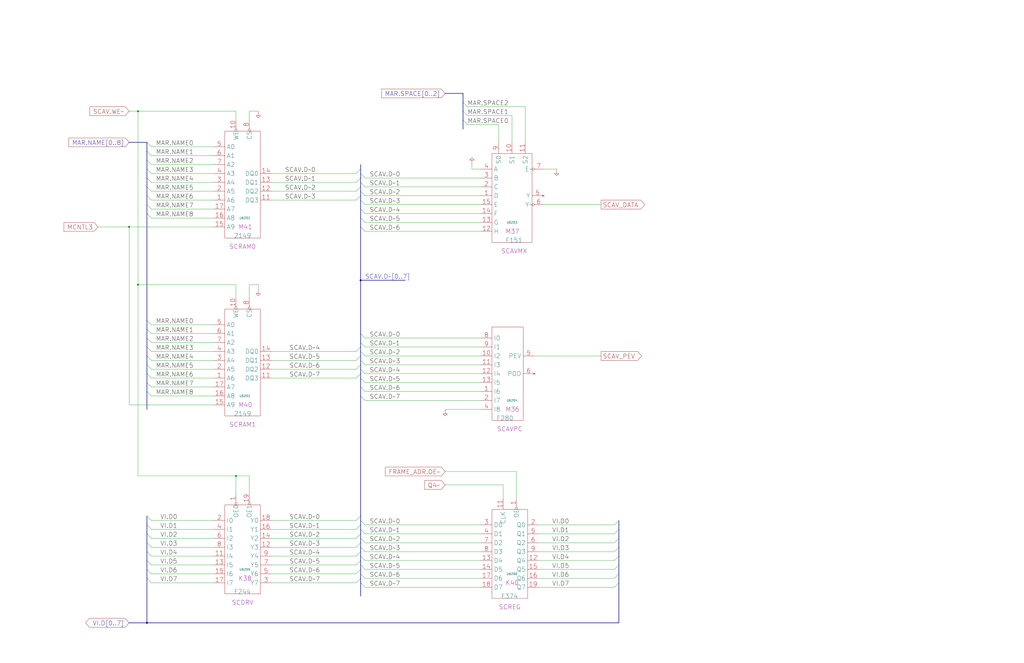
<source format=kicad_sch>
(kicad_sch (version 20250114) (generator "eeschema") (generator_version "9.0")
  (paper "User" 584.2 378.46)
  (title_block (title "SCAVENGER") (date "20-MAR-90") (rev "1.0") (comment 1 "FIU") (comment 2 "232-003065") (comment 3 "S400") (comment 4 "RELEASED"))
  (lib_symbols
    (symbol "r1000:2149" (pin_names (offset 1.016))
      (property "Reference" "U" (at 2.54 5.08 0))
      (property "Value" "2149" (at -3.81 -5.08 0))
      (property "Location" "___" (at -1.27 0 0))
      (property "Name" "______" (at 1.27 -12.7 0))
      (symbol "2149_1_1"
        (rectangle (start -8.89 54.61) (end 11.43 -6.35))
        (circle (center -2.54 55.245) (radius 0.635))
        (circle (center 5.08 55.245) (radius 0.635))
        (pin input line (at -15.24 45.72 0) (length 6.35) (name "A0") (number "5"))
        (pin input line (at -15.24 40.64 0) (length 6.35) (name "A1") (number "6"))
        (pin input line (at -15.24 35.56 0) (length 6.35) (name "A2") (number "7"))
        (pin input line (at -15.24 30.48 0) (length 6.35) (name "A3") (number "4"))
        (pin input line (at -15.24 25.4 0) (length 6.35) (name "A4") (number "3"))
        (pin input line (at -15.24 20.32 0) (length 6.35) (name "A5") (number "2"))
        (pin input line (at -15.24 15.24 0) (length 6.35) (name "A6") (number "1"))
        (pin input line (at -15.24 10.16 0) (length 6.35) (name "A7") (number "17"))
        (pin input line (at -15.24 5.08 0) (length 6.35) (name "A8") (number "16"))
        (pin input line (at -15.24 0 0) (length 6.35) (name "A9") (number "15"))
        (pin input line (at -2.54 60.96 270) (length 5.08) (name "WE") (number "10"))
        (pin input line (at 5.08 60.96 270) (length 5.08) (name "CS") (number "8"))
        (pin bidirectional line (at 17.78 30.48 180) (length 6.35) (name "DQ0") (number "14"))
        (pin bidirectional line (at 17.78 25.4 180) (length 6.35) (name "DQ1") (number "13"))
        (pin bidirectional line (at 17.78 20.32 180) (length 6.35) (name "DQ2") (number "12"))
        (pin bidirectional line (at 17.78 15.24 180) (length 6.35) (name "DQ3") (number "11"))
      )
    )
    (symbol "r1000:F151" (pin_names (offset 1.016))
      (property "Reference" "U" (at 2.54 5.08 0))
      (property "Value" "F151" (at -1.27 -5.08 0))
      (property "Location" "___" (at -1.27 0 0))
      (property "Name" "______" (at 3.81 -12.7 0))
      (symbol "F151_1_1"
        (rectangle (start -8.89 44.45) (end 13.97 -6.35))
        (circle (center 14.605 35.56) (radius 0.635))
        (circle (center 14.605 15.24) (radius 0.635))
        (pin input line (at -15.24 35.56 0) (length 6.35) (name "A") (number "4"))
        (pin input line (at -15.24 30.48 0) (length 6.35) (name "B") (number "3"))
        (pin input line (at -15.24 25.4 0) (length 6.35) (name "C") (number "2"))
        (pin input line (at -15.24 20.32 0) (length 6.35) (name "D") (number "1"))
        (pin input line (at -15.24 15.24 0) (length 6.35) (name "E") (number "15"))
        (pin input line (at -15.24 10.16 0) (length 6.35) (name "F") (number "14"))
        (pin input line (at -15.24 5.08 0) (length 6.35) (name "G") (number "13"))
        (pin input line (at -15.24 0 0) (length 6.35) (name "H") (number "12"))
        (pin input line (at -5.08 50.8 270) (length 6.35) (name "S0") (number "9"))
        (pin input line (at 2.54 50.8 270) (length 6.35) (name "S1") (number "10"))
        (pin input line (at 10.16 50.8 270) (length 6.35) (name "S2") (number "11"))
        (pin input line (at 20.32 35.56 180) (length 5.08) (name "E~") (number "7"))
        (pin output line (at 20.32 20.32 180) (length 6.35) (name "Y") (number "5"))
        (pin output line (at 20.32 15.24 180) (length 5.08) (name "Y~") (number "6"))
      )
    )
    (symbol "r1000:F244" (pin_names (offset 1.016))
      (property "Reference" "U" (at 2.54 5.08 0))
      (property "Value" "F244" (at -3.81 -7.62 0))
      (property "Location" "___" (at -1.27 0 0))
      (property "Name" "______" (at 1.27 -15.24 0))
      (symbol "F244_1_1"
        (rectangle (start -8.89 41.91) (end 11.43 -8.89))
        (circle (center -2.54 42.545) (radius 0.635))
        (circle (center 5.08 42.545) (radius 0.635))
        (pin input line (at -15.24 33.02 0) (length 6.35) (name "I0") (number "2"))
        (pin input line (at -15.24 27.94 0) (length 6.35) (name "I1") (number "4"))
        (pin input line (at -15.24 22.86 0) (length 6.35) (name "I2") (number "6"))
        (pin input line (at -15.24 17.78 0) (length 6.35) (name "I3") (number "8"))
        (pin input line (at -15.24 12.7 0) (length 6.35) (name "I4") (number "11"))
        (pin input line (at -15.24 7.62 0) (length 6.35) (name "I5") (number "13"))
        (pin input line (at -15.24 2.54 0) (length 6.35) (name "I6") (number "15"))
        (pin input line (at -15.24 -2.54 0) (length 6.35) (name "I7") (number "17"))
        (pin input line (at -2.54 48.26 270) (length 5.08) (name "OE0") (number "1"))
        (pin input line (at 5.08 48.26 270) (length 5.08) (name "OE1") (number "19"))
        (pin tri_state line (at 17.78 33.02 180) (length 6.35) (name "Y0") (number "18"))
        (pin tri_state line (at 17.78 27.94 180) (length 6.35) (name "Y1") (number "16"))
        (pin tri_state line (at 17.78 22.86 180) (length 6.35) (name "Y2") (number "14"))
        (pin tri_state line (at 17.78 17.78 180) (length 6.35) (name "Y3") (number "12"))
        (pin tri_state line (at 17.78 12.7 180) (length 6.35) (name "Y4") (number "9"))
        (pin tri_state line (at 17.78 7.62 180) (length 6.35) (name "Y5") (number "7"))
        (pin tri_state line (at 17.78 2.54 180) (length 6.35) (name "Y6") (number "5"))
        (pin tri_state line (at 17.78 -2.54 180) (length 6.35) (name "Y7") (number "3"))
      )
    )
    (symbol "r1000:F280" (pin_names (offset 1.016))
      (property "Reference" "U" (at 2.54 5.08 0))
      (property "Value" "F280" (at -6.35 -5.08 0))
      (property "Location" "___" (at -1.27 0 0))
      (property "Name" "______" (at 1.27 -12.7 0))
      (symbol "F280_1_1"
        (rectangle (start -8.89 46.99) (end 8.89 -6.35))
        (pin input line (at -15.24 40.64 0) (length 6.35) (name "I0") (number "8"))
        (pin input line (at -15.24 35.56 0) (length 6.35) (name "I1") (number "9"))
        (pin input line (at -15.24 30.48 0) (length 6.35) (name "I2") (number "10"))
        (pin input line (at -15.24 25.4 0) (length 6.35) (name "I3") (number "11"))
        (pin input line (at -15.24 20.32 0) (length 6.35) (name "I4") (number "12"))
        (pin input line (at -15.24 15.24 0) (length 6.35) (name "I5") (number "13"))
        (pin input line (at -15.24 10.16 0) (length 6.35) (name "I6") (number "1"))
        (pin input line (at -15.24 5.08 0) (length 6.35) (name "I7") (number "2"))
        (pin input line (at -15.24 0 0) (length 6.35) (name "I8") (number "4"))
        (pin output line (at 15.24 30.48 180) (length 6.35) (name "PEV") (number "5"))
        (pin output line (at 15.24 20.32 180) (length 6.35) (name "POD") (number "6"))
      )
    )
    (symbol "r1000:F374" (pin_names (offset 1.016))
      (property "Reference" "U" (at 2.54 5.08 0))
      (property "Value" "F374" (at -3.81 -7.62 0))
      (property "Location" "___" (at -1.27 0 0))
      (property "Name" "______" (at 1.27 -15.24 0))
      (symbol "F374_1_1"
        (rectangle (start -8.89 41.91) (end 11.43 -8.89))
        (circle (center 5.08 42.545) (radius 0.635))
        (pin input line (at -15.24 33.02 0) (length 6.35) (name "D0") (number "3"))
        (pin input line (at -15.24 27.94 0) (length 6.35) (name "D1") (number "4"))
        (pin input line (at -15.24 22.86 0) (length 6.35) (name "D2") (number "7"))
        (pin input line (at -15.24 17.78 0) (length 6.35) (name "D3") (number "8"))
        (pin input line (at -15.24 12.7 0) (length 6.35) (name "D4") (number "13"))
        (pin input line (at -15.24 7.62 0) (length 6.35) (name "D5") (number "14"))
        (pin input line (at -15.24 2.54 0) (length 6.35) (name "D6") (number "17"))
        (pin input line (at -15.24 -2.54 0) (length 6.35) (name "D7") (number "18"))
        (pin input line (at -2.54 48.26 270) (length 6.35) (name "CLK") (number "11"))
        (pin input line (at 5.08 48.26 270) (length 5.08) (name "OE") (number "1"))
        (pin tri_state line (at 17.78 33.02 180) (length 6.35) (name "Q0") (number "2"))
        (pin tri_state line (at 17.78 27.94 180) (length 6.35) (name "Q1") (number "5"))
        (pin tri_state line (at 17.78 22.86 180) (length 6.35) (name "Q2") (number "6"))
        (pin tri_state line (at 17.78 17.78 180) (length 6.35) (name "Q3") (number "9"))
        (pin tri_state line (at 17.78 12.7 180) (length 6.35) (name "Q4") (number "12"))
        (pin tri_state line (at 17.78 7.62 180) (length 6.35) (name "Q5") (number "15"))
        (pin tri_state line (at 17.78 2.54 180) (length 6.35) (name "Q6") (number "16"))
        (pin tri_state line (at 17.78 -2.54 180) (length 6.35) (name "Q7") (number "19"))
      )
    )
    (symbol "r1000:PD" (power) (pin_numbers (hide yes)) (pin_names (hide yes)) (in_bom no)
      (symbol "PD_0_1"
        (polyline (pts (xy 0 -2.54) (xy 1.27 -2.54) (xy 0 -3.81) (xy -1.27 -2.54) (xy 0 -2.54)) (stroke (width 0.1524)))
      )
      (symbol "PD_1_1"
        (pin power_in line (at 0 0 270) (length 2.54) (name "PD") (number "1"))
      )
    )
    (symbol "r1000:PU" (power) (pin_numbers (hide yes)) (pin_names (hide yes))
      (symbol "PU_0_1"
        (polyline (pts (xy 0 2.54) (xy -1.27 2.54) (xy 0 3.81) (xy 1.27 2.54) (xy 0 2.54)) (stroke (width 0.1524)))
      )
      (symbol "PU_1_1"
        (pin power_in line (at 0 0 90) (length 2.54) (name "PU") (number "1"))
      )
    )
  )
  (junction (at 78.74 63.5))
  (junction (at 78.74 162.56))
  (junction (at 205.74 160.02))
  (junction (at 73.66 129.54))
  (junction (at 83.82 355.6))
  (junction (at 134.62 271.78))
  (no_connect (at 304.8 213.36))
  (no_connect (at 309.88 111.76))
  (bus_entry (at 205.74 208.28) (size -2.54 2.54))
  (bus_entry (at 353.06 307.34) (size -2.54 2.54))
  (bus_entry (at 353.06 317.5) (size -2.54 2.54))
  (bus_entry (at 205.74 327.66) (size 2.54 2.54))
  (bus_entry (at 205.74 205.74) (size 2.54 2.54))
  (bus_entry (at 205.74 99.06) (size 2.54 2.54))
  (bus_entry (at 83.82 198.12) (size 2.54 2.54))
  (bus_entry (at 83.82 193.04) (size 2.54 2.54))
  (bus_entry (at 353.06 312.42) (size -2.54 2.54))
  (bus_entry (at 205.74 195.58) (size 2.54 2.54))
  (bus_entry (at 83.82 314.96) (size 2.54 2.54))
  (bus_entry (at 205.74 304.8) (size -2.54 2.54))
  (bus_entry (at 353.06 302.26) (size -2.54 2.54))
  (bus_entry (at 205.74 325.12) (size -2.54 2.54))
  (bus_entry (at 205.74 203.2) (size -2.54 2.54))
  (bus_entry (at 205.74 302.26) (size 2.54 2.54))
  (bus_entry (at 83.82 203.2) (size 2.54 2.54))
  (bus_entry (at 205.74 111.76) (size -2.54 2.54))
  (bus_entry (at 353.06 332.74) (size -2.54 2.54))
  (bus_entry (at 205.74 213.36) (size -2.54 2.54))
  (bus_entry (at 83.82 106.68) (size 2.54 2.54))
  (bus_entry (at 83.82 294.64) (size 2.54 2.54))
  (bus_entry (at 205.74 129.54) (size 2.54 2.54))
  (bus_entry (at 205.74 320.04) (size -2.54 2.54))
  (bus_entry (at 83.82 121.92) (size 2.54 2.54))
  (bus_entry (at 205.74 299.72) (size -2.54 2.54))
  (bus_entry (at 264.16 58.42) (size 2.54 2.54))
  (bus_entry (at 205.74 297.18) (size 2.54 2.54))
  (bus_entry (at 83.82 213.36) (size 2.54 2.54))
  (bus_entry (at 83.82 91.44) (size 2.54 2.54))
  (bus_entry (at 205.74 322.58) (size 2.54 2.54))
  (bus_entry (at 83.82 208.28) (size 2.54 2.54))
  (bus_entry (at 205.74 109.22) (size 2.54 2.54))
  (bus_entry (at 205.74 190.5) (size 2.54 2.54))
  (bus_entry (at 83.82 325.12) (size 2.54 2.54))
  (bus_entry (at 83.82 299.72) (size 2.54 2.54))
  (bus_entry (at 205.74 210.82) (size 2.54 2.54))
  (bus_entry (at 205.74 101.6) (size -2.54 2.54))
  (bus_entry (at 205.74 198.12) (size -2.54 2.54))
  (bus_entry (at 205.74 307.34) (size 2.54 2.54))
  (bus_entry (at 264.16 63.5) (size 2.54 2.54))
  (bus_entry (at 83.82 116.84) (size 2.54 2.54))
  (bus_entry (at 205.74 104.14) (size 2.54 2.54))
  (bus_entry (at 83.82 182.88) (size 2.54 2.54))
  (bus_entry (at 83.82 223.52) (size 2.54 2.54))
  (bus_entry (at 83.82 187.96) (size 2.54 2.54))
  (bus_entry (at 205.74 317.5) (size 2.54 2.54))
  (bus_entry (at 205.74 106.68) (size -2.54 2.54))
  (bus_entry (at 353.06 322.58) (size -2.54 2.54))
  (bus_entry (at 205.74 314.96) (size -2.54 2.54))
  (bus_entry (at 83.82 218.44) (size 2.54 2.54))
  (bus_entry (at 83.82 304.8) (size 2.54 2.54))
  (bus_entry (at 205.74 220.98) (size 2.54 2.54))
  (bus_entry (at 205.74 114.3) (size 2.54 2.54))
  (bus_entry (at 205.74 330.2) (size -2.54 2.54))
  (bus_entry (at 83.82 101.6) (size 2.54 2.54))
  (bus_entry (at 83.82 96.52) (size 2.54 2.54))
  (bus_entry (at 264.16 68.58) (size 2.54 2.54))
  (bus_entry (at 83.82 309.88) (size 2.54 2.54))
  (bus_entry (at 83.82 330.2) (size 2.54 2.54))
  (bus_entry (at 353.06 297.18) (size -2.54 2.54))
  (bus_entry (at 205.74 215.9) (size 2.54 2.54))
  (bus_entry (at 205.74 96.52) (size -2.54 2.54))
  (bus_entry (at 83.82 86.36) (size 2.54 2.54))
  (bus_entry (at 205.74 312.42) (size 2.54 2.54))
  (bus_entry (at 205.74 332.74) (size 2.54 2.54))
  (bus_entry (at 83.82 81.28) (size 2.54 2.54))
  (bus_entry (at 353.06 327.66) (size -2.54 2.54))
  (bus_entry (at 205.74 226.06) (size 2.54 2.54))
  (bus_entry (at 205.74 309.88) (size -2.54 2.54))
  (bus_entry (at 205.74 124.46) (size 2.54 2.54))
  (bus_entry (at 83.82 320.04) (size 2.54 2.54))
  (bus_entry (at 205.74 294.64) (size -2.54 2.54))
  (bus_entry (at 205.74 200.66) (size 2.54 2.54))
  (bus_entry (at 83.82 111.76) (size 2.54 2.54))
  (bus_entry (at 205.74 119.38) (size 2.54 2.54))
  (wire (pts (xy 86.36 109.22) (xy 121.92 109.22)))
  (wire (pts (xy 287.02 276.86) (xy 254 276.86)))
  (wire (pts (xy 86.36 307.34) (xy 121.92 307.34)))
  (bus (pts (xy 83.82 193.04) (xy 83.82 198.12)))
  (bus (pts (xy 353.06 327.66) (xy 353.06 332.74)))
  (wire (pts (xy 86.36 226.06) (xy 121.92 226.06)))
  (wire (pts (xy 309.88 116.84) (xy 342.9 116.84)))
  (bus (pts (xy 205.74 99.06) (xy 205.74 101.6)))
  (bus (pts (xy 205.74 304.8) (xy 205.74 307.34)))
  (wire (pts (xy 154.94 312.42) (xy 203.2 312.42)))
  (wire (pts (xy 294.64 269.24) (xy 254 269.24)))
  (wire (pts (xy 86.36 185.42) (xy 121.92 185.42)))
  (wire (pts (xy 86.36 312.42) (xy 121.92 312.42)))
  (bus (pts (xy 205.74 195.58) (xy 205.74 198.12)))
  (wire (pts (xy 254 233.68) (xy 274.32 233.68)))
  (bus (pts (xy 353.06 312.42) (xy 353.06 317.5)))
  (wire (pts (xy 287.02 284.48) (xy 287.02 276.86)))
  (wire (pts (xy 154.94 114.3) (xy 203.2 114.3)))
  (wire (pts (xy 307.34 325.12) (xy 350.52 325.12)))
  (bus (pts (xy 83.82 111.76) (xy 83.82 116.84)))
  (wire (pts (xy 134.62 271.78) (xy 78.74 271.78)))
  (wire (pts (xy 307.34 299.72) (xy 350.52 299.72)))
  (bus (pts (xy 83.82 198.12) (xy 83.82 203.2)))
  (wire (pts (xy 208.28 111.76) (xy 274.32 111.76)))
  (wire (pts (xy 284.48 81.28) (xy 284.48 71.12)))
  (wire (pts (xy 208.28 198.12) (xy 274.32 198.12)))
  (wire (pts (xy 86.36 215.9) (xy 121.92 215.9)))
  (wire (pts (xy 304.8 203.2) (xy 342.9 203.2)))
  (wire (pts (xy 154.94 215.9) (xy 203.2 215.9)))
  (bus (pts (xy 83.82 294.64) (xy 83.82 299.72)))
  (wire (pts (xy 208.28 330.2) (xy 274.32 330.2)))
  (wire (pts (xy 86.36 104.14) (xy 121.92 104.14)))
  (wire (pts (xy 154.94 104.14) (xy 203.2 104.14)))
  (bus (pts (xy 205.74 104.14) (xy 205.74 106.68)))
  (wire (pts (xy 208.28 116.84) (xy 274.32 116.84)))
  (wire (pts (xy 73.66 129.54) (xy 121.92 129.54)))
  (wire (pts (xy 142.24 68.58) (xy 142.24 63.5)))
  (wire (pts (xy 78.74 63.5) (xy 78.74 162.56)))
  (bus (pts (xy 205.74 106.68) (xy 205.74 109.22)))
  (bus (pts (xy 205.74 160.02) (xy 231.14 160.02)))
  (wire (pts (xy 142.24 162.56) (xy 147.32 162.56)))
  (bus (pts (xy 353.06 322.58) (xy 353.06 327.66)))
  (wire (pts (xy 208.28 223.52) (xy 274.32 223.52)))
  (bus (pts (xy 83.82 299.72) (xy 83.82 304.8)))
  (wire (pts (xy 86.36 190.5) (xy 121.92 190.5)))
  (bus (pts (xy 205.74 109.22) (xy 205.74 111.76)))
  (wire (pts (xy 294.64 284.48) (xy 294.64 269.24)))
  (wire (pts (xy 86.36 88.9) (xy 121.92 88.9)))
  (bus (pts (xy 83.82 96.52) (xy 83.82 101.6)))
  (bus (pts (xy 205.74 210.82) (xy 205.74 213.36)))
  (wire (pts (xy 208.28 325.12) (xy 274.32 325.12)))
  (wire (pts (xy 307.34 309.88) (xy 350.52 309.88)))
  (wire (pts (xy 307.34 330.2) (xy 350.52 330.2)))
  (bus (pts (xy 205.74 190.5) (xy 205.74 195.58)))
  (wire (pts (xy 269.24 96.52) (xy 269.24 93.98)))
  (wire (pts (xy 208.28 213.36) (xy 274.32 213.36)))
  (wire (pts (xy 154.94 210.82) (xy 203.2 210.82)))
  (wire (pts (xy 208.28 309.88) (xy 274.32 309.88)))
  (bus (pts (xy 205.74 129.54) (xy 205.74 160.02)))
  (bus (pts (xy 205.74 302.26) (xy 205.74 304.8)))
  (wire (pts (xy 208.28 304.8) (xy 274.32 304.8)))
  (bus (pts (xy 205.74 220.98) (xy 205.74 226.06)))
  (wire (pts (xy 208.28 101.6) (xy 274.32 101.6)))
  (wire (pts (xy 86.36 119.38) (xy 121.92 119.38)))
  (bus (pts (xy 353.06 297.18) (xy 353.06 302.26)))
  (bus (pts (xy 83.82 86.36) (xy 83.82 91.44)))
  (bus (pts (xy 83.82 223.52) (xy 83.82 233.68)))
  (bus (pts (xy 83.82 213.36) (xy 83.82 218.44)))
  (wire (pts (xy 86.36 83.82) (xy 121.92 83.82)))
  (wire (pts (xy 142.24 170.18) (xy 142.24 162.56)))
  (wire (pts (xy 142.24 281.94) (xy 142.24 271.78)))
  (wire (pts (xy 78.74 63.5) (xy 134.62 63.5)))
  (wire (pts (xy 78.74 162.56) (xy 134.62 162.56)))
  (bus (pts (xy 205.74 327.66) (xy 205.74 330.2)))
  (bus (pts (xy 205.74 203.2) (xy 205.74 205.74)))
  (wire (pts (xy 154.94 200.66) (xy 203.2 200.66)))
  (wire (pts (xy 154.94 297.18) (xy 203.2 297.18)))
  (bus (pts (xy 205.74 309.88) (xy 205.74 312.42)))
  (bus (pts (xy 205.74 322.58) (xy 205.74 325.12)))
  (wire (pts (xy 208.28 203.2) (xy 274.32 203.2)))
  (wire (pts (xy 309.88 96.52) (xy 317.5 96.52)))
  (bus (pts (xy 83.82 314.96) (xy 83.82 320.04)))
  (bus (pts (xy 353.06 332.74) (xy 353.06 355.6)))
  (wire (pts (xy 154.94 332.74) (xy 203.2 332.74)))
  (bus (pts (xy 205.74 114.3) (xy 205.74 119.38)))
  (wire (pts (xy 292.1 66.04) (xy 266.7 66.04)))
  (bus (pts (xy 73.66 355.6) (xy 83.82 355.6)))
  (wire (pts (xy 73.66 63.5) (xy 78.74 63.5)))
  (wire (pts (xy 86.36 327.66) (xy 121.92 327.66)))
  (bus (pts (xy 83.82 320.04) (xy 83.82 325.12)))
  (bus (pts (xy 83.82 116.84) (xy 83.82 121.92)))
  (bus (pts (xy 83.82 208.28) (xy 83.82 213.36)))
  (bus (pts (xy 205.74 317.5) (xy 205.74 320.04)))
  (wire (pts (xy 299.72 81.28) (xy 299.72 60.96)))
  (wire (pts (xy 86.36 93.98) (xy 121.92 93.98)))
  (wire (pts (xy 154.94 317.5) (xy 203.2 317.5)))
  (wire (pts (xy 307.34 304.8) (xy 350.52 304.8)))
  (wire (pts (xy 142.24 271.78) (xy 134.62 271.78)))
  (wire (pts (xy 208.28 121.92) (xy 274.32 121.92)))
  (bus (pts (xy 254 53.34) (xy 264.16 53.34)))
  (wire (pts (xy 154.94 99.06) (xy 203.2 99.06)))
  (wire (pts (xy 208.28 314.96) (xy 274.32 314.96)))
  (wire (pts (xy 73.66 231.14) (xy 121.92 231.14)))
  (wire (pts (xy 86.36 124.46) (xy 121.92 124.46)))
  (bus (pts (xy 205.74 314.96) (xy 205.74 317.5)))
  (wire (pts (xy 208.28 320.04) (xy 274.32 320.04)))
  (wire (pts (xy 154.94 322.58) (xy 203.2 322.58)))
  (bus (pts (xy 83.82 304.8) (xy 83.82 309.88)))
  (wire (pts (xy 86.36 302.26) (xy 121.92 302.26)))
  (bus (pts (xy 83.82 218.44) (xy 83.82 223.52)))
  (wire (pts (xy 208.28 127) (xy 274.32 127)))
  (bus (pts (xy 83.82 325.12) (xy 83.82 330.2)))
  (wire (pts (xy 307.34 335.28) (xy 350.52 335.28)))
  (bus (pts (xy 205.74 320.04) (xy 205.74 322.58)))
  (wire (pts (xy 142.24 63.5) (xy 147.32 63.5)))
  (bus (pts (xy 83.82 101.6) (xy 83.82 106.68)))
  (wire (pts (xy 208.28 193.04) (xy 274.32 193.04)))
  (bus (pts (xy 205.74 297.18) (xy 205.74 299.72)))
  (bus (pts (xy 205.74 307.34) (xy 205.74 309.88)))
  (bus (pts (xy 205.74 330.2) (xy 205.74 332.74)))
  (bus (pts (xy 353.06 317.5) (xy 353.06 322.58)))
  (bus (pts (xy 83.82 203.2) (xy 83.82 208.28)))
  (wire (pts (xy 147.32 162.56) (xy 147.32 165.1)))
  (bus (pts (xy 264.16 68.58) (xy 264.16 73.66)))
  (wire (pts (xy 86.36 114.3) (xy 121.92 114.3)))
  (bus (pts (xy 83.82 330.2) (xy 83.82 355.6)))
  (wire (pts (xy 55.88 129.54) (xy 73.66 129.54)))
  (wire (pts (xy 86.36 200.66) (xy 121.92 200.66)))
  (wire (pts (xy 208.28 208.28) (xy 274.32 208.28)))
  (wire (pts (xy 154.94 109.22) (xy 203.2 109.22)))
  (wire (pts (xy 154.94 327.66) (xy 203.2 327.66)))
  (bus (pts (xy 205.74 312.42) (xy 205.74 314.96)))
  (bus (pts (xy 205.74 299.72) (xy 205.74 302.26)))
  (bus (pts (xy 205.74 226.06) (xy 205.74 294.64)))
  (bus (pts (xy 83.82 182.88) (xy 83.82 187.96)))
  (wire (pts (xy 86.36 297.18) (xy 121.92 297.18)))
  (wire (pts (xy 86.36 322.58) (xy 121.92 322.58)))
  (wire (pts (xy 154.94 302.26) (xy 203.2 302.26)))
  (wire (pts (xy 134.62 271.78) (xy 134.62 281.94)))
  (bus (pts (xy 205.74 198.12) (xy 205.74 200.66)))
  (wire (pts (xy 292.1 81.28) (xy 292.1 66.04)))
  (wire (pts (xy 134.62 170.18) (xy 134.62 162.56)))
  (bus (pts (xy 83.82 121.92) (xy 83.82 182.88)))
  (bus (pts (xy 205.74 160.02) (xy 205.74 190.5)))
  (bus (pts (xy 205.74 111.76) (xy 205.74 114.3)))
  (wire (pts (xy 134.62 68.58) (xy 134.62 63.5)))
  (bus (pts (xy 205.74 294.64) (xy 205.74 297.18)))
  (bus (pts (xy 205.74 332.74) (xy 205.74 340.36)))
  (bus (pts (xy 205.74 119.38) (xy 205.74 124.46)))
  (wire (pts (xy 274.32 96.52) (xy 269.24 96.52)))
  (wire (pts (xy 284.48 71.12) (xy 266.7 71.12)))
  (wire (pts (xy 86.36 195.58) (xy 121.92 195.58)))
  (wire (pts (xy 307.34 314.96) (xy 350.52 314.96)))
  (wire (pts (xy 208.28 299.72) (xy 274.32 299.72)))
  (wire (pts (xy 154.94 205.74) (xy 203.2 205.74)))
  (wire (pts (xy 208.28 106.68) (xy 274.32 106.68)))
  (bus (pts (xy 353.06 302.26) (xy 353.06 307.34)))
  (bus (pts (xy 83.82 91.44) (xy 83.82 96.52)))
  (wire (pts (xy 86.36 317.5) (xy 121.92 317.5)))
  (bus (pts (xy 205.74 325.12) (xy 205.74 327.66)))
  (wire (pts (xy 73.66 129.54) (xy 73.66 231.14)))
  (bus (pts (xy 264.16 63.5) (xy 264.16 68.58)))
  (bus (pts (xy 83.82 106.68) (xy 83.82 111.76)))
  (bus (pts (xy 205.74 96.52) (xy 205.74 99.06)))
  (wire (pts (xy 307.34 320.04) (xy 350.52 320.04)))
  (bus (pts (xy 83.82 187.96) (xy 83.82 193.04)))
  (bus (pts (xy 83.82 81.28) (xy 83.82 86.36)))
  (wire (pts (xy 86.36 210.82) (xy 121.92 210.82)))
  (bus (pts (xy 264.16 58.42) (xy 264.16 63.5)))
  (bus (pts (xy 205.74 101.6) (xy 205.74 104.14)))
  (wire (pts (xy 208.28 218.44) (xy 274.32 218.44)))
  (bus (pts (xy 264.16 53.34) (xy 264.16 58.42)))
  (bus (pts (xy 205.74 200.66) (xy 205.74 203.2)))
  (wire (pts (xy 86.36 205.74) (xy 121.92 205.74)))
  (bus (pts (xy 83.82 309.88) (xy 83.82 314.96)))
  (wire (pts (xy 86.36 99.06) (xy 121.92 99.06)))
  (bus (pts (xy 205.74 215.9) (xy 205.74 220.98)))
  (wire (pts (xy 86.36 332.74) (xy 121.92 332.74)))
  (wire (pts (xy 208.28 132.08) (xy 274.32 132.08)))
  (bus (pts (xy 83.82 355.6) (xy 353.06 355.6)))
  (bus (pts (xy 205.74 124.46) (xy 205.74 129.54)))
  (wire (pts (xy 154.94 307.34) (xy 203.2 307.34)))
  (wire (pts (xy 78.74 271.78) (xy 78.74 162.56)))
  (wire (pts (xy 299.72 60.96) (xy 266.7 60.96)))
  (bus (pts (xy 205.74 208.28) (xy 205.74 210.82)))
  (bus (pts (xy 353.06 307.34) (xy 353.06 312.42)))
  (bus (pts (xy 205.74 213.36) (xy 205.74 215.9)))
  (wire (pts (xy 208.28 335.28) (xy 274.32 335.28)))
  (bus (pts (xy 205.74 93.98) (xy 205.74 96.52)))
  (wire (pts (xy 86.36 220.98) (xy 121.92 220.98)))
  (bus (pts (xy 205.74 205.74) (xy 205.74 208.28)))
  (bus (pts (xy 73.66 81.28) (xy 83.82 81.28)))
  (wire (pts (xy 208.28 228.6) (xy 274.32 228.6)))
  (label "SCAV.D~4" (at 210.82 213.36 0) (effects (font (size 2.54 2.54))))
  (label "MAR.NAME5" (at 88.9 109.22 0) (effects (font (size 2.54 2.54))))
  (label "SCAV.D~5" (at 210.82 325.12 0) (effects (font (size 2.54 2.54))))
  (label "SCAV.D~[0..7]" (at 208.28 160.02 0) (effects (font (size 2.54 2.54))))
  (label "VI.D3" (at 91.44 312.42 0) (effects (font (size 2.54 2.54))))
  (label "SCAV.D~2" (at 162.56 109.22 0) (effects (font (size 2.54 2.54))))
  (label "SCAV.D~6" (at 210.82 132.08 0) (effects (font (size 2.54 2.54))))
  (label "SCAV.D~6" (at 165.1 210.82 0) (effects (font (size 2.54 2.54))))
  (label "VI.D6" (at 91.44 327.66 0) (effects (font (size 2.54 2.54))))
  (label "VI.D7" (at 91.44 332.74 0) (effects (font (size 2.54 2.54))))
  (label "VI.D1" (at 314.96 304.8 0) (effects (font (size 2.54 2.54))))
  (label "SCAV.D~0" (at 210.82 299.72 0) (effects (font (size 2.54 2.54))))
  (label "SCAV.D~2" (at 210.82 309.88 0) (effects (font (size 2.54 2.54))))
  (label "SCAV.D~7" (at 210.82 228.6 0) (effects (font (size 2.54 2.54))))
  (label "SCAV.D~7" (at 210.82 335.28 0) (effects (font (size 2.54 2.54))))
  (label "VI.D7" (at 314.96 335.28 0) (effects (font (size 2.54 2.54))))
  (label "VI.D5" (at 91.44 322.58 0) (effects (font (size 2.54 2.54))))
  (label "VI.D4" (at 314.96 320.04 0) (effects (font (size 2.54 2.54))))
  (label "SCAV.D~3" (at 210.82 208.28 0) (effects (font (size 2.54 2.54))))
  (label "VI.D1" (at 91.44 302.26 0) (effects (font (size 2.54 2.54))))
  (label "MAR.SPACE1" (at 266.7 66.04 0) (effects (font (size 2.54 2.54))))
  (label "MAR.NAME7" (at 88.9 119.38 0) (effects (font (size 2.54 2.54))))
  (label "SCAV.D~6" (at 165.1 327.66 0) (effects (font (size 2.54 2.54))))
  (label "MAR.NAME6" (at 88.9 114.3 0) (effects (font (size 2.54 2.54))))
  (label "SCAV.D~7" (at 165.1 332.74 0) (effects (font (size 2.54 2.54))))
  (label "MAR.NAME8" (at 88.9 226.06 0) (effects (font (size 2.54 2.54))))
  (label "VI.D5" (at 314.96 325.12 0) (effects (font (size 2.54 2.54))))
  (label "MAR.SPACE2" (at 266.7 60.96 0) (effects (font (size 2.54 2.54))))
  (label "VI.D0" (at 314.96 299.72 0) (effects (font (size 2.54 2.54))))
  (label "SCAV.D~6" (at 210.82 330.2 0) (effects (font (size 2.54 2.54))))
  (label "SCAV.D~0" (at 165.1 297.18 0) (effects (font (size 2.54 2.54))))
  (label "SCAV.D~5" (at 210.82 127 0) (effects (font (size 2.54 2.54))))
  (label "SCAV.D~2" (at 165.1 307.34 0) (effects (font (size 2.54 2.54))))
  (label "MAR.NAME8" (at 88.9 124.46 0) (effects (font (size 2.54 2.54))))
  (label "MAR.SPACE0" (at 266.7 71.12 0) (effects (font (size 2.54 2.54))))
  (label "VI.D3" (at 314.96 314.96 0) (effects (font (size 2.54 2.54))))
  (label "VI.D6" (at 314.96 330.2 0) (effects (font (size 2.54 2.54))))
  (label "SCAV.D~1" (at 210.82 304.8 0) (effects (font (size 2.54 2.54))))
  (label "SCAV.D~5" (at 165.1 322.58 0) (effects (font (size 2.54 2.54))))
  (label "MAR.NAME4" (at 88.9 205.74 0) (effects (font (size 2.54 2.54))))
  (label "SCAV.D~5" (at 210.82 218.44 0) (effects (font (size 2.54 2.54))))
  (label "SCAV.D~7" (at 165.1 215.9 0) (effects (font (size 2.54 2.54))))
  (label "SCAV.D~1" (at 165.1 302.26 0) (effects (font (size 2.54 2.54))))
  (label "SCAV.D~5" (at 165.1 205.74 0) (effects (font (size 2.54 2.54))))
  (label "VI.D4" (at 91.44 317.5 0) (effects (font (size 2.54 2.54))))
  (label "MAR.NAME2" (at 88.9 93.98 0) (effects (font (size 2.54 2.54))))
  (label "SCAV.D~3" (at 162.56 114.3 0) (effects (font (size 2.54 2.54))))
  (label "SCAV.D~1" (at 210.82 198.12 0) (effects (font (size 2.54 2.54))))
  (label "SCAV.D~6" (at 210.82 223.52 0) (effects (font (size 2.54 2.54))))
  (label "SCAV.D~4" (at 210.82 121.92 0) (effects (font (size 2.54 2.54))))
  (label "SCAV.D~2" (at 210.82 203.2 0) (effects (font (size 2.54 2.54))))
  (label "SCAV.D~4" (at 165.1 317.5 0) (effects (font (size 2.54 2.54))))
  (label "MAR.NAME3" (at 88.9 99.06 0) (effects (font (size 2.54 2.54))))
  (label "MAR.NAME3" (at 88.9 200.66 0) (effects (font (size 2.54 2.54))))
  (label "SCAV.D~4" (at 210.82 320.04 0) (effects (font (size 2.54 2.54))))
  (label "MAR.NAME6" (at 88.9 215.9 0) (effects (font (size 2.54 2.54))))
  (label "MAR.NAME1" (at 88.9 88.9 0) (effects (font (size 2.54 2.54))))
  (label "SCAV.D~4" (at 165.1 200.66 0) (effects (font (size 2.54 2.54))))
  (label "SCAV.D~2" (at 210.82 111.76 0) (effects (font (size 2.54 2.54))))
  (label "SCAV.D~3" (at 210.82 314.96 0) (effects (font (size 2.54 2.54))))
  (label "MAR.NAME1" (at 88.9 190.5 0) (effects (font (size 2.54 2.54))))
  (label "SCAV.D~0" (at 210.82 101.6 0) (effects (font (size 2.54 2.54))))
  (label "SCAV.D~0" (at 210.82 193.04 0) (effects (font (size 2.54 2.54))))
  (label "MAR.NAME7" (at 88.9 220.98 0) (effects (font (size 2.54 2.54))))
  (label "SCAV.D~0" (at 162.56 99.06 0) (effects (font (size 2.54 2.54))))
  (label "SCAV.D~3" (at 165.1 312.42 0) (effects (font (size 2.54 2.54))))
  (label "MAR.NAME5" (at 88.9 210.82 0) (effects (font (size 2.54 2.54))))
  (label "SCAV.D~3" (at 210.82 116.84 0) (effects (font (size 2.54 2.54))))
  (label "SCAV.D~1" (at 162.56 104.14 0) (effects (font (size 2.54 2.54))))
  (label "VI.D2" (at 314.96 309.88 0) (effects (font (size 2.54 2.54))))
  (label "MAR.NAME4" (at 88.9 104.14 0) (effects (font (size 2.54 2.54))))
  (label "MAR.NAME0" (at 88.9 83.82 0) (effects (font (size 2.54 2.54))))
  (label "VI.D2" (at 91.44 307.34 0) (effects (font (size 2.54 2.54))))
  (label "VI.D0" (at 91.44 297.18 0) (effects (font (size 2.54 2.54))))
  (label "SCAV.D~1" (at 210.82 106.68 0) (effects (font (size 2.54 2.54))))
  (label "MAR.NAME2" (at 88.9 195.58 0) (effects (font (size 2.54 2.54))))
  (label "MAR.NAME0" (at 88.9 185.42 0) (effects (font (size 2.54 2.54))))
  (global_label "FRAME_ADR.OE~" (shape input) (at 254 269.24 180) (effects (font (size 2.54 2.54))) (property "Intersheetrefs" "${INTERSHEET_REFS}" (at 219.9035 269.0813 0) (effects (font (size 1.905 1.905)) (justify right))))
  (global_label "MAR.NAME[0..8]" (shape input) (at 73.66 81.28 180) (effects (font (size 2.54 2.54))) (property "Intersheetrefs" "${INTERSHEET_REFS}" (at 39.3216 81.1213 0) (effects (font (size 1.905 1.905)) (justify right))))
  (global_label "MCNTL3" (shape input) (at 55.88 129.54 180) (effects (font (size 2.54 2.54))) (property "Intersheetrefs" "${INTERSHEET_REFS}" (at 36.5397 129.3813 0) (effects (font (size 1.905 1.905)) (justify right))))
  (global_label "Q4~" (shape input) (at 254 276.86 180) (effects (font (size 2.54 2.54))) (property "Intersheetrefs" "${INTERSHEET_REFS}" (at 242.2797 276.7013 0) (effects (font (size 1.905 1.905)) (justify right))))
  (global_label "MAR.SPACE[0..2]" (shape input) (at 254 53.34 180) (effects (font (size 2.54 2.54))) (property "Intersheetrefs" "${INTERSHEET_REFS}" (at 217.7264 53.1813 0) (effects (font (size 1.905 1.905)) (justify right))))
  (global_label "SCAV_PEV" (shape output) (at 342.9 203.2 0) (effects (font (size 2.54 2.54))) (property "Intersheetrefs" "${INTERSHEET_REFS}" (at 365.9898 203.0413 0) (effects (font (size 1.905 1.905)) (justify left))))
  (global_label "SCAV_DATA" (shape output) (at 342.9 116.84 0) (effects (font (size 2.54 2.54))) (property "Intersheetrefs" "${INTERSHEET_REFS}" (at 367.8041 116.6813 0) (effects (font (size 1.905 1.905)) (justify left))))
  (global_label "VI.D[0..7]" (shape bidirectional) (at 73.66 355.6 180) (effects (font (size 2.54 2.54))) (property "Intersheetrefs" "${INTERSHEET_REFS}" (at 51.054 355.4413 0) (effects (font (size 1.905 1.905)) (justify right))))
  (global_label "SCAV.WE~" (shape input) (at 73.66 63.5 180) (effects (font (size 2.54 2.54))) (property "Intersheetrefs" "${INTERSHEET_REFS}" (at 51.2959 63.3413 0) (effects (font (size 1.905 1.905)) (justify right))))
  (symbol (lib_id "r1000:F374") (at 289.56 332.74 0) (unit 1)
    (property "Reference" "U6206" (at 292.1 327.66 0))
    (property "Value" "F374" (at 285.75 340.36 0) (effects (font (size 2.54 2.54)) (justify left)))
    (property "Location" "K40" (at 288.29 332.74 0) (effects (font (size 2.54 2.54)) (justify left)))
    (property "Name" "SCREG" (at 290.83 347.98 0) (effects (font (size 2.54 2.54)) (justify bottom)))
  )
  (symbol (lib_id "r1000:PD") (at 254 233.68 0) (unit 1) (in_bom no)
    (property "Reference" "#PWR06203" (effects (hide yes)))
    (property "Value" "PD" (effects (hide yes)))
  )
  (symbol (lib_id "r1000:PD") (at 147.32 63.5 0) (unit 1) (in_bom no)
    (property "Reference" "#PWR06201" (effects (hide yes)))
    (property "Value" "PD" (effects (hide yes)))
  )
  (symbol (lib_id "r1000:PU") (at 269.24 93.98 0) (unit 1)
    (property "Reference" "#PWR06204" (effects (hide yes)))
    (property "Value" "PU" (effects (hide yes)))
  )
  (symbol (lib_id "r1000:2149") (at 137.16 129.54 0) (unit 1)
    (property "Reference" "U6201" (at 139.7 124.46 0))
    (property "Value" "2149" (at 133.35 134.62 0) (effects (font (size 2.54 2.54)) (justify left)))
    (property "Location" "M41" (at 135.89 129.54 0) (effects (font (size 2.54 2.54)) (justify left)))
    (property "Name" "SCRAM0" (at 138.43 142.24 0) (effects (font (size 2.54 2.54)) (justify bottom)))
  )
  (symbol (lib_id "r1000:F244") (at 137.16 330.2 0) (unit 1)
    (property "Reference" "U6205" (at 139.7 325.12 0))
    (property "Value" "F244" (at 133.35 337.82 0) (effects (font (size 2.54 2.54)) (justify left)))
    (property "Location" "K38" (at 135.89 330.2 0) (effects (font (size 2.54 2.54)) (justify left)))
    (property "Name" "SCDRV" (at 138.43 345.44 0) (effects (font (size 2.54 2.54)) (justify bottom)))
  )
  (symbol (lib_id "r1000:F280") (at 289.56 233.68 0) (unit 1)
    (property "Reference" "U6204" (at 292.1 228.6 0))
    (property "Value" "F280" (at 283.21 238.76 0) (effects (font (size 2.54 2.54)) (justify left)))
    (property "Location" "M36" (at 288.29 233.68 0) (effects (font (size 2.54 2.54)) (justify left)))
    (property "Name" "SCAVPC" (at 290.83 246.38 0) (effects (font (size 2.54 2.54)) (justify bottom)))
  )
  (symbol (lib_id "r1000:2149") (at 137.16 231.14 0) (unit 1)
    (property "Reference" "U6202" (at 139.7 226.06 0))
    (property "Value" "2149" (at 133.35 236.22 0) (effects (font (size 2.54 2.54)) (justify left)))
    (property "Location" "M40" (at 135.89 231.14 0) (effects (font (size 2.54 2.54)) (justify left)))
    (property "Name" "SCRAM1" (at 138.43 243.84 0) (effects (font (size 2.54 2.54)) (justify bottom)))
  )
  (symbol (lib_id "r1000:PD") (at 147.32 165.1 0) (unit 1) (in_bom no)
    (property "Reference" "#PWR06202" (effects (hide yes)))
    (property "Value" "PD" (effects (hide yes)))
  )
  (symbol (lib_id "r1000:PD") (at 317.5 96.52 0) (unit 1) (in_bom no)
    (property "Reference" "#PWR06205" (effects (hide yes)))
    (property "Value" "PD" (effects (hide yes)))
  )
  (symbol (lib_id "r1000:F151") (at 289.56 132.08 0) (unit 1)
    (property "Reference" "U6203" (at 292.1 127 0))
    (property "Value" "F151" (at 288.29 137.16 0) (effects (font (size 2.54 2.54)) (justify left)))
    (property "Location" "M37" (at 288.29 132.08 0) (effects (font (size 2.54 2.54)) (justify left)))
    (property "Name" "SCAVMX" (at 293.37 144.78 0) (effects (font (size 2.54 2.54)) (justify bottom)))
  )
)
</source>
